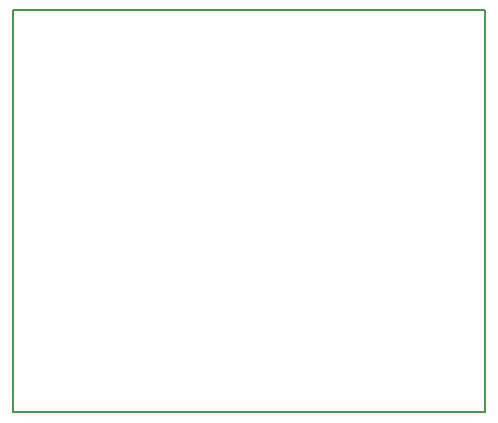
<source format=gbr>
G04 #@! TF.FileFunction,Profile,NP*
%FSLAX46Y46*%
G04 Gerber Fmt 4.6, Leading zero omitted, Abs format (unit mm)*
G04 Created by KiCad (PCBNEW 4.0.0-rc2-stable) date 8.4.2016. 15:12:54*
%MOMM*%
G01*
G04 APERTURE LIST*
%ADD10C,0.100000*%
%ADD11C,0.150000*%
G04 APERTURE END LIST*
D10*
D11*
X160000000Y-98000000D02*
X160000000Y-65000000D01*
X200000000Y-98000000D02*
X200000000Y-65000000D01*
X160000000Y-64000000D02*
X160000000Y-65000000D01*
X200000000Y-64000000D02*
X200000000Y-65000000D01*
X200000000Y-64000000D02*
X160000000Y-64000000D01*
X160000000Y-98000000D02*
X200000000Y-98000000D01*
M02*

</source>
